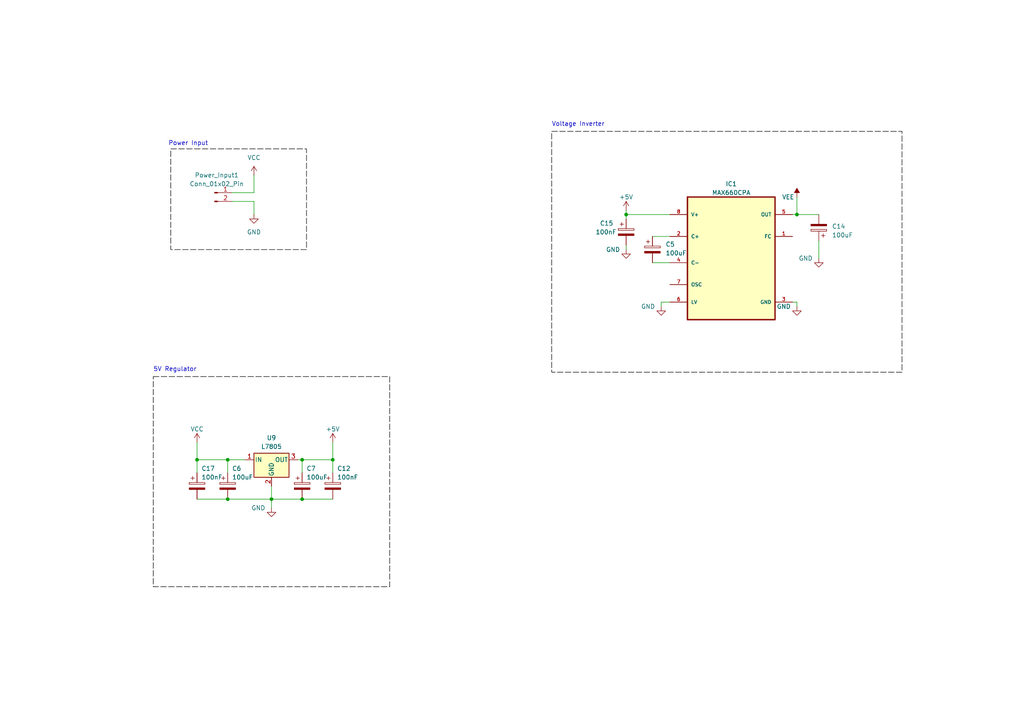
<source format=kicad_sch>
(kicad_sch (version 20250114) (generator "eeschema") (generator_version "9.0")
  (paper "A4")
  (title_block (company "Purdue ECET"))
  (lib_symbols
    (symbol "Connector:Conn_01x02_Pin" (pin_names (offset 1.016) (hide yes))
      (property "Reference" "J" (at 0 2.54 0))
      (property "Value" "Conn_01x02_Pin" (at 0 -5.08 0))
      (symbol "Conn_01x02_Pin_1_1"
        (rectangle (start 0.8636 0.127) (end 0 -0.127) (stroke (width 0.1524)) (fill (type outline)))
        (rectangle (start 0.8636 -2.413) (end 0 -2.667) (stroke (width 0.1524)) (fill (type outline)))
        (polyline (pts (xy 1.27 0) (xy 0.8636 0)) (stroke (width 0.1524)))
        (polyline (pts (xy 1.27 -2.54) (xy 0.8636 -2.54)) (stroke (width 0.1524)))
        (pin passive line (at 5.08 0 180) (length 3.81) (name "Pin_1") (number "1"))
        (pin passive line (at 5.08 -2.54 180) (length 3.81) (name "Pin_2") (number "2"))
      )
    )
    (symbol "Device:C_Polarized" (pin_numbers (hide yes)) (pin_names (offset 0.254))
      (property "Reference" "C" (at 0.635 2.54 0))
      (property "Value" "C_Polarized" (at 0.635 -2.54 0))
      (symbol "C_Polarized_0_1"
        (rectangle (start -2.286 0.508) (end 2.286 1.016))
        (polyline (pts (xy -1.778 2.286) (xy -0.762 2.286)))
        (polyline (pts (xy -1.27 2.794) (xy -1.27 1.778)))
        (rectangle (start 2.286 -0.508) (end -2.286 -1.016) (fill (type outline)))
      )
      (symbol "C_Polarized_1_1"
        (pin passive line (at 0 3.81 270) (length 2.794) (name "~") (number "1"))
        (pin passive line (at 0 -3.81 90) (length 2.794) (name "~") (number "2"))
      )
    )
    (symbol "GND_1" (power) (pin_numbers (hide yes)) (pin_names (offset 0) (hide yes))
      (property "Value" "GND" (at 0 -3.81 0))
      (symbol "GND_1_0_1"
        (polyline (pts (xy 0 0) (xy 0 -1.27) (xy 1.27 -1.27) (xy 0 -2.54) (xy -1.27 -1.27) (xy 0 -1.27)))
      )
      (symbol "GND_1_1_1"
        (pin power_in line (at 0 0 270) (length 0) (name "~") (number "1"))
      )
    )
    (symbol "MAX660:MAX660CPA" (pin_names (offset 1.016))
      (property "Reference" "IC1" (at 0 21.59 0))
      (property "Value" "MAX660CPA" (at 0 19.05 0))
      (symbol "MAX660CPA_0_0"
        (rectangle (start -12.7 17.78) (end 12.7 -17.78) (stroke (width 0.41)) (fill (type background)))
        (pin power_in line (at -17.78 12.7 0) (length 5.08) (name "V+") (number "8"))
        (pin bidirectional line (at -17.78 6.35 0) (length 5.08) (name "C+") (number "2"))
        (pin bidirectional line (at -17.78 -1.27 0) (length 5.08) (name "C-") (number "4"))
        (pin output line (at -17.78 -7.62 0) (length 5.08) (name "OSC") (number "7"))
        (pin bidirectional line (at -17.78 -12.7 0) (length 5.08) (name "LV") (number "6"))
        (pin bidirectional line (at 17.78 12.7 180) (length 5.08) (name "OUT") (number "5"))
        (pin input line (at 17.78 6.35 180) (length 5.08) (name "FC") (number "1"))
        (pin power_in line (at 17.78 -12.7 180) (length 5.08) (name "GND") (number "3"))
      )
    )
    (symbol "Regulator_Linear:L7805" (pin_names (offset 0.254))
      (property "Reference" "U" (at -3.81 3.175 0))
      (property "Value" "L7805" (at 0 3.175 0))
      (symbol "L7805_0_1"
        (rectangle (start -5.08 1.905) (end 5.08 -5.08) (stroke (width 0.254)) (fill (type background)))
      )
      (symbol "L7805_1_1"
        (pin power_in line (at -7.62 0 0) (length 2.54) (name "IN") (number "1"))
        (pin power_in line (at 0 -7.62 90) (length 2.54) (name "GND") (number "2"))
        (pin power_out line (at 7.62 0 180) (length 2.54) (name "OUT") (number "3"))
      )
    )
    (symbol "VCC_1" (power) (pin_numbers (hide yes)) (pin_names (offset 0) (hide yes))
      (property "Value" "VCC" (at 0 3.556 0))
      (symbol "VCC_1_0_1"
        (polyline (pts (xy -0.762 1.27) (xy 0 2.54)))
        (polyline (pts (xy 0 2.54) (xy 0.762 1.27)))
        (polyline (pts (xy 0 0) (xy 0 2.54)))
      )
      (symbol "VCC_1_1_1"
        (pin power_in line (at 0 0 90) (length 0) (name "~") (number "1"))
      )
    )
    (symbol "power:+5V" (power) (pin_names (offset 0))
      (property "Value" "+5V" (at 0 3.556 0))
      (symbol "+5V_0_1"
        (polyline (pts (xy -0.762 1.27) (xy 0 2.54)))
        (polyline (pts (xy 0 2.54) (xy 0.762 1.27)))
        (polyline (pts (xy 0 0) (xy 0 2.54)))
      )
      (symbol "+5V_1_1"
        (pin power_in line (at 0 0 90) (length 0) (hide yes) (name "+5V") (number "1"))
      )
    )
    (symbol "power:GND" (power) (pin_names (offset 0))
      (property "Value" "GND" (at 0 -3.81 0))
      (symbol "GND_0_1"
        (polyline (pts (xy 0 0) (xy 0 -1.27) (xy 1.27 -1.27) (xy 0 -2.54) (xy -1.27 -1.27) (xy 0 -1.27)))
      )
      (symbol "GND_1_1"
        (pin power_in line (at 0 0 270) (length 0) (hide yes) (name "GND") (number "1"))
      )
    )
    (symbol "power:VCC" (power) (pin_names (offset 0))
      (property "Value" "VCC" (at 0 3.81 0))
      (symbol "VCC_0_1"
        (polyline (pts (xy -0.762 1.27) (xy 0 2.54)))
        (polyline (pts (xy 0 2.54) (xy 0.762 1.27)))
        (polyline (pts (xy 0 0) (xy 0 2.54)))
      )
      (symbol "VCC_1_1"
        (pin power_in line (at 0 0 90) (length 0) (hide yes) (name "VCC") (number "1"))
      )
    )
    (symbol "power:VEE" (power) (pin_names (offset 0))
      (property "Value" "VEE" (at 0 3.81 0))
      (symbol "VEE_0_1"
        (polyline (pts (xy 0 0) (xy 0 2.54)))
        (polyline (pts (xy 0.762 1.27) (xy -0.762 1.27) (xy 0 2.54) (xy 0.762 1.27)) (fill (type outline)))
      )
      (symbol "VEE_1_1"
        (pin power_in line (at 0 0 90) (length 0) (hide yes) (name "VEE") (number "1"))
      )
    )
  )
  (rectangle (start 49.53 43.18) (end 88.9 72.39) (stroke (width 0) (type dash) (color 0 0 0 1)))
  (rectangle (start 44.45 109.22) (end 113.03 170.18) (stroke (width 0) (type dash) (color 0 0 0 1)))
  (rectangle (start 160.02 38.1) (end 261.62 107.95) (stroke (width 0) (type dash) (color 0 0 0 1)))
  (text "Voltage Inverter" (at 160.02 36.83 0) (effects (font (size 1.27 1.27)) (justify left bottom)))
  (text "5V Regulator" (at 44.45 107.95 0) (effects (font (size 1.27 1.27)) (justify left bottom)))
  (text "Power Input" (at 54.61 41.656 0) (effects (font (size 1.27 1.27))))
  (junction (at 66.04 144.78))
  (junction (at 231.14 62.23))
  (junction (at 87.63 144.78))
  (junction (at 57.15 133.35))
  (junction (at 181.61 62.23))
  (junction (at 96.52 133.35))
  (junction (at 87.63 133.35))
  (junction (at 66.04 133.35))
  (junction (at 78.74 144.78))
  (wire (pts (xy 191.77 87.63) (xy 194.31 87.63)))
  (wire (pts (xy 231.14 62.23) (xy 237.49 62.23)))
  (wire (pts (xy 57.15 137.16) (xy 57.15 133.35)))
  (wire (pts (xy 189.23 76.2) (xy 194.31 76.2)))
  (wire (pts (xy 73.66 55.88) (xy 73.66 50.8)))
  (wire (pts (xy 231.14 62.23) (xy 229.87 62.23)))
  (wire (pts (xy 57.15 133.35) (xy 66.04 133.35)))
  (wire (pts (xy 231.14 88.9) (xy 231.14 87.63)))
  (wire (pts (xy 87.63 133.35) (xy 87.63 137.16)))
  (wire (pts (xy 231.14 87.63) (xy 229.87 87.63)))
  (wire (pts (xy 181.61 71.12) (xy 181.61 72.39)))
  (wire (pts (xy 78.74 144.78) (xy 87.63 144.78)))
  (wire (pts (xy 67.31 58.42) (xy 73.66 58.42)))
  (wire (pts (xy 87.63 144.78) (xy 96.52 144.78)))
  (wire (pts (xy 67.31 55.88) (xy 73.66 55.88)))
  (wire (pts (xy 57.15 128.27) (xy 57.15 133.35)))
  (wire (pts (xy 181.61 60.96) (xy 181.61 62.23)))
  (wire (pts (xy 231.14 57.15) (xy 231.14 62.23)))
  (wire (pts (xy 78.74 147.32) (xy 78.74 144.78)))
  (wire (pts (xy 78.74 140.97) (xy 78.74 144.78)))
  (wire (pts (xy 66.04 133.35) (xy 71.12 133.35)))
  (wire (pts (xy 237.49 69.85) (xy 237.49 74.93)))
  (wire (pts (xy 181.61 63.5) (xy 181.61 62.23)))
  (wire (pts (xy 189.23 68.58) (xy 194.31 68.58)))
  (wire (pts (xy 96.52 128.27) (xy 96.52 133.35)))
  (wire (pts (xy 66.04 133.35) (xy 66.04 137.16)))
  (wire (pts (xy 181.61 62.23) (xy 194.31 62.23)))
  (wire (pts (xy 96.52 133.35) (xy 96.52 137.16)))
  (wire (pts (xy 73.66 58.42) (xy 73.66 62.23)))
  (wire (pts (xy 86.36 133.35) (xy 87.63 133.35)))
  (wire (pts (xy 191.77 88.9) (xy 191.77 87.63)))
  (wire (pts (xy 57.15 144.78) (xy 66.04 144.78)))
  (wire (pts (xy 87.63 133.35) (xy 96.52 133.35)))
  (wire (pts (xy 66.04 144.78) (xy 78.74 144.78)))
  (symbol (lib_id "power:GND") (at 237.49 74.93 0) (unit 1)
    (property "Reference" "#PWR033" (effects (hide yes)))
    (property "Value" "GND" (at 233.68 74.93 0))
  )
  (symbol (lib_name "VCC_1") (lib_id "power:VCC") (at 73.66 50.8 0) (unit 1)
    (property "Reference" "#PWR030" (effects (hide yes)))
    (property "Value" "VCC" (at 73.66 45.72 0))
    (property "Description" "Power symbol creates a global label with name \"VCC\"" (effects (hide yes)))
  )
  (symbol (lib_id "power:GND") (at 231.14 88.9 0) (unit 1)
    (property "Reference" "#PWR022" (effects (hide yes)))
    (property "Value" "GND" (at 227.33 88.9 0))
  )
  (symbol (lib_id "power:+5V") (at 96.52 128.27 0) (unit 1)
    (property "Reference" "#PWR031" (effects (hide yes)))
    (property "Value" "+5V" (at 96.52 124.46 0))
  )
  (symbol (lib_id "power:+5V") (at 181.61 60.96 0) (unit 1)
    (property "Reference" "#PWR034" (effects (hide yes)))
    (property "Value" "+5V" (at 181.61 57.15 0))
  )
  (symbol (lib_id "MAX660:MAX660CPA") (at 212.09 74.93 0) (unit 1)
    (property "Reference" "IC1" (at 212.09 53.34 0))
    (property "Value" "MAX660CPA" (at 212.09 55.88 0))
    (property "Footprint" "Package_DIP:DIP-8_W7.62mm_LongPads" (effects (hide yes)))
    (property "Description" "Charge Pump Switching Regulator IC Positive or Negative Fixed -Vin, 2Vin 1 Output 100mA 8-DIP (0.300, 7.62mm)" (effects (hide yes)))
    (property "MF" "Analog Devices" (effects (hide yes)))
    (property "Package" "DIP-8 Maxim Integrated" (effects (hide yes)))
    (property "Price" "None" (effects (hide yes)))
    (property "SnapEDA_Link" "https://www.snapeda.com/parts/MAX660CPA/Analog+Devices/view-part/?ref=snap" (effects (hide yes)))
    (property "MP" "MAX660CPA" (effects (hide yes)))
    (property "Purchase-URL" "https://www.snapeda.com/api/url_track_click_mouser/?unipart_id=3594927&manufacturer=Analog Devices&part_name=MAX660CPA&search_term=max660" (effects (hide yes)))
    (property "Availability" "In Stock" (effects (hide yes)))
    (property "Check_prices" "https://www.snapeda.com/parts/MAX660CPA/Analog+Devices/view-part/?ref=eda" (effects (hide yes)))
  )
  (symbol (lib_id "Connector:Conn_01x02_Pin") (at 62.23 55.88 0) (unit 1)
    (property "Reference" "Power_Input1" (at 62.865 50.8 0))
    (property "Value" "Conn_01x02_Pin" (at 62.865 53.34 0))
    (property "Footprint" "Connector_PinHeader_2.54mm:PinHeader_1x02_P2.54mm_Vertical" (effects (hide yes)))
    (property "Description" "Generic connector, single row, 01x02, script generated" (effects (hide yes)))
  )
  (symbol (lib_id "Device:C_Polarized") (at 66.04 140.97 0) (unit 1)
    (property "Reference" "C6" (at 67.31 135.89 0) (effects (justify left)))
    (property "Value" "100uF" (at 67.31 138.43 0) (effects (justify left)))
    (property "Footprint" "Capacitor_THT:CP_Radial_D7.5mm_P2.50mm" (effects (hide yes)))
  )
  (symbol (lib_name "GND_1") (lib_id "power:GND") (at 73.66 62.23 0) (unit 1)
    (property "Reference" "#PWR032" (effects (hide yes)))
    (property "Value" "GND" (at 73.66 67.31 0))
    (property "Description" "Power symbol creates a global label with name \"GND\" , ground" (effects (hide yes)))
  )
  (symbol (lib_id "power:VCC") (at 57.15 128.27 0) (unit 1)
    (property "Reference" "#PWR023" (effects (hide yes)))
    (property "Value" "VCC" (at 57.15 124.46 0))
  )
  (symbol (lib_id "Device:C_Polarized") (at 96.52 140.97 0) (unit 1)
    (property "Reference" "C12" (at 97.79 135.89 0) (effects (justify left)))
    (property "Value" "100nF" (at 97.79 138.43 0) (effects (justify left)))
    (property "Footprint" "Capacitor_THT:C_Disc_D4.3mm_W1.9mm_P5.00mm" (effects (hide yes)))
  )
  (symbol (lib_id "power:GND") (at 78.74 147.32 0) (unit 1)
    (property "Reference" "#PWR025" (effects (hide yes)))
    (property "Value" "GND" (at 74.93 147.32 0))
  )
  (symbol (lib_id "power:VEE") (at 231.14 57.15 0) (unit 1)
    (property "Reference" "#PWR024" (effects (hide yes)))
    (property "Value" "VEE" (at 228.6 57.15 0))
  )
  (symbol (lib_id "Device:C_Polarized") (at 189.23 72.39 0) (unit 1)
    (property "Reference" "C5" (at 193.04 70.866 0) (effects (justify left)))
    (property "Value" "100uF" (at 193.04 73.406 0) (effects (justify left)))
    (property "Footprint" "Capacitor_THT:CP_Radial_D7.5mm_P2.50mm" (effects (hide yes)))
  )
  (symbol (lib_id "power:GND") (at 181.61 72.39 0) (unit 1)
    (property "Reference" "#PWR035" (effects (hide yes)))
    (property "Value" "GND" (at 177.8 72.39 0))
  )
  (symbol (lib_id "power:GND") (at 191.77 88.9 0) (unit 1)
    (property "Reference" "#PWR021" (effects (hide yes)))
    (property "Value" "GND" (at 187.96 88.9 0))
  )
  (symbol (lib_id "Device:C_Polarized") (at 181.61 67.31 0) (unit 1)
    (property "Reference" "C15" (at 173.99 64.77 0) (effects (justify left)))
    (property "Value" "100nF" (at 172.72 67.31 0) (effects (justify left)))
    (property "Footprint" "Capacitor_THT:C_Disc_D4.3mm_W1.9mm_P5.00mm" (effects (hide yes)))
  )
  (symbol (lib_id "Regulator_Linear:L7805") (at 78.74 133.35 0) (unit 1)
    (property "Reference" "U9" (at 78.74 127 0))
    (property "Value" "L7805" (at 78.74 129.54 0))
    (property "Footprint" "Package_TO_SOT_THT:TO-220-3_Vertical" (effects (hide yes)))
    (property "Datasheet" "http://www.st.com/content/ccc/resource/technical/document/datasheet/41/4f/b3/b0/12/d4/47/88/CD00000444.pdf/files/CD00000444.pdf/jcr:content/translations/en.CD00000444.pdf" (effects (hide yes)))
  )
  (symbol (lib_id "Device:C_Polarized") (at 237.49 66.04 180) (unit 1)
    (property "Reference" "C14" (at 241.3 65.6589 0) (effects (justify right)))
    (property "Value" "100uF" (at 241.3 68.1989 0) (effects (justify right)))
    (property "Footprint" "Capacitor_THT:CP_Radial_D7.5mm_P2.50mm" (effects (hide yes)))
  )
  (symbol (lib_id "Device:C_Polarized") (at 87.63 140.97 0) (unit 1)
    (property "Reference" "C7" (at 88.9 135.89 0) (effects (justify left)))
    (property "Value" "100uF" (at 88.9 138.43 0) (effects (justify left)))
    (property "Footprint" "Capacitor_THT:CP_Radial_D7.5mm_P2.50mm" (effects (hide yes)))
  )
  (symbol (lib_id "Device:C_Polarized") (at 57.15 140.97 0) (unit 1)
    (property "Reference" "C17" (at 58.42 135.89 0) (effects (justify left)))
    (property "Value" "100nF" (at 58.42 138.43 0) (effects (justify left)))
    (property "Footprint" "Capacitor_THT:C_Disc_D4.3mm_W1.9mm_P5.00mm" (effects (hide yes)))
  )
)
</source>
